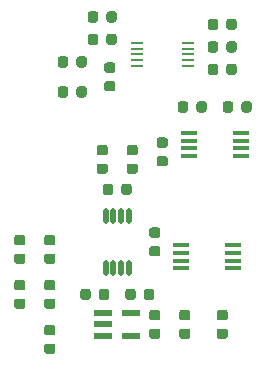
<source format=gbr>
%TF.GenerationSoftware,KiCad,Pcbnew,(5.1.6)-1*%
%TF.CreationDate,2021-05-29T12:16:40-05:00*%
%TF.ProjectId,Sapphire_AnalogMic,53617070-6869-4726-955f-416e616c6f67,rev?*%
%TF.SameCoordinates,Original*%
%TF.FileFunction,Paste,Top*%
%TF.FilePolarity,Positive*%
%FSLAX46Y46*%
G04 Gerber Fmt 4.6, Leading zero omitted, Abs format (unit mm)*
G04 Created by KiCad (PCBNEW (5.1.6)-1) date 2021-05-29 12:16:40*
%MOMM*%
%LPD*%
G01*
G04 APERTURE LIST*
%ADD10R,1.320800X0.406400*%
%ADD11R,1.100000X0.250000*%
%ADD12R,1.574800X0.558800*%
%ADD13O,0.449999X1.350000*%
G04 APERTURE END LIST*
D10*
%TO.C,U101*%
X124790200Y-123530360D03*
X124790200Y-122880120D03*
X124790200Y-122229880D03*
X124790200Y-121579640D03*
X129209800Y-121579640D03*
X129209800Y-122229880D03*
X129209800Y-122880120D03*
X129209800Y-123530360D03*
%TD*%
%TO.C,C106*%
G36*
G01*
X113408750Y-126080000D02*
X113921250Y-126080000D01*
G75*
G02*
X114140000Y-126298750I0J-218750D01*
G01*
X114140000Y-126736250D01*
G75*
G02*
X113921250Y-126955000I-218750J0D01*
G01*
X113408750Y-126955000D01*
G75*
G02*
X113190000Y-126736250I0J218750D01*
G01*
X113190000Y-126298750D01*
G75*
G02*
X113408750Y-126080000I218750J0D01*
G01*
G37*
G36*
G01*
X113408750Y-124505000D02*
X113921250Y-124505000D01*
G75*
G02*
X114140000Y-124723750I0J-218750D01*
G01*
X114140000Y-125161250D01*
G75*
G02*
X113921250Y-125380000I-218750J0D01*
G01*
X113408750Y-125380000D01*
G75*
G02*
X113190000Y-125161250I0J218750D01*
G01*
X113190000Y-124723750D01*
G75*
G02*
X113408750Y-124505000I218750J0D01*
G01*
G37*
%TD*%
%TO.C,R115*%
G36*
G01*
X127920000Y-104518750D02*
X127920000Y-105031250D01*
G75*
G02*
X127701250Y-105250000I-218750J0D01*
G01*
X127263750Y-105250000D01*
G75*
G02*
X127045000Y-105031250I0J218750D01*
G01*
X127045000Y-104518750D01*
G75*
G02*
X127263750Y-104300000I218750J0D01*
G01*
X127701250Y-104300000D01*
G75*
G02*
X127920000Y-104518750I0J-218750D01*
G01*
G37*
G36*
G01*
X129495000Y-104518750D02*
X129495000Y-105031250D01*
G75*
G02*
X129276250Y-105250000I-218750J0D01*
G01*
X128838750Y-105250000D01*
G75*
G02*
X128620000Y-105031250I0J218750D01*
G01*
X128620000Y-104518750D01*
G75*
G02*
X128838750Y-104300000I218750J0D01*
G01*
X129276250Y-104300000D01*
G75*
G02*
X129495000Y-104518750I0J-218750D01*
G01*
G37*
%TD*%
%TO.C,R114*%
G36*
G01*
X127920000Y-102613750D02*
X127920000Y-103126250D01*
G75*
G02*
X127701250Y-103345000I-218750J0D01*
G01*
X127263750Y-103345000D01*
G75*
G02*
X127045000Y-103126250I0J218750D01*
G01*
X127045000Y-102613750D01*
G75*
G02*
X127263750Y-102395000I218750J0D01*
G01*
X127701250Y-102395000D01*
G75*
G02*
X127920000Y-102613750I0J-218750D01*
G01*
G37*
G36*
G01*
X129495000Y-102613750D02*
X129495000Y-103126250D01*
G75*
G02*
X129276250Y-103345000I-218750J0D01*
G01*
X128838750Y-103345000D01*
G75*
G02*
X128620000Y-103126250I0J218750D01*
G01*
X128620000Y-102613750D01*
G75*
G02*
X128838750Y-102395000I218750J0D01*
G01*
X129276250Y-102395000D01*
G75*
G02*
X129495000Y-102613750I0J-218750D01*
G01*
G37*
%TD*%
%TO.C,R113*%
G36*
G01*
X118460000Y-102491250D02*
X118460000Y-101978750D01*
G75*
G02*
X118678750Y-101760000I218750J0D01*
G01*
X119116250Y-101760000D01*
G75*
G02*
X119335000Y-101978750I0J-218750D01*
G01*
X119335000Y-102491250D01*
G75*
G02*
X119116250Y-102710000I-218750J0D01*
G01*
X118678750Y-102710000D01*
G75*
G02*
X118460000Y-102491250I0J218750D01*
G01*
G37*
G36*
G01*
X116885000Y-102491250D02*
X116885000Y-101978750D01*
G75*
G02*
X117103750Y-101760000I218750J0D01*
G01*
X117541250Y-101760000D01*
G75*
G02*
X117760000Y-101978750I0J-218750D01*
G01*
X117760000Y-102491250D01*
G75*
G02*
X117541250Y-102710000I-218750J0D01*
G01*
X117103750Y-102710000D01*
G75*
G02*
X116885000Y-102491250I0J218750D01*
G01*
G37*
%TD*%
%TO.C,R112*%
G36*
G01*
X117760000Y-103883750D02*
X117760000Y-104396250D01*
G75*
G02*
X117541250Y-104615000I-218750J0D01*
G01*
X117103750Y-104615000D01*
G75*
G02*
X116885000Y-104396250I0J218750D01*
G01*
X116885000Y-103883750D01*
G75*
G02*
X117103750Y-103665000I218750J0D01*
G01*
X117541250Y-103665000D01*
G75*
G02*
X117760000Y-103883750I0J-218750D01*
G01*
G37*
G36*
G01*
X119335000Y-103883750D02*
X119335000Y-104396250D01*
G75*
G02*
X119116250Y-104615000I-218750J0D01*
G01*
X118678750Y-104615000D01*
G75*
G02*
X118460000Y-104396250I0J218750D01*
G01*
X118460000Y-103883750D01*
G75*
G02*
X118678750Y-103665000I218750J0D01*
G01*
X119116250Y-103665000D01*
G75*
G02*
X119335000Y-103883750I0J-218750D01*
G01*
G37*
%TD*%
%TO.C,R110*%
G36*
G01*
X115220000Y-108328750D02*
X115220000Y-108841250D01*
G75*
G02*
X115001250Y-109060000I-218750J0D01*
G01*
X114563750Y-109060000D01*
G75*
G02*
X114345000Y-108841250I0J218750D01*
G01*
X114345000Y-108328750D01*
G75*
G02*
X114563750Y-108110000I218750J0D01*
G01*
X115001250Y-108110000D01*
G75*
G02*
X115220000Y-108328750I0J-218750D01*
G01*
G37*
G36*
G01*
X116795000Y-108328750D02*
X116795000Y-108841250D01*
G75*
G02*
X116576250Y-109060000I-218750J0D01*
G01*
X116138750Y-109060000D01*
G75*
G02*
X115920000Y-108841250I0J218750D01*
G01*
X115920000Y-108328750D01*
G75*
G02*
X116138750Y-108110000I218750J0D01*
G01*
X116576250Y-108110000D01*
G75*
G02*
X116795000Y-108328750I0J-218750D01*
G01*
G37*
%TD*%
%TO.C,R109*%
G36*
G01*
X115220000Y-105788750D02*
X115220000Y-106301250D01*
G75*
G02*
X115001250Y-106520000I-218750J0D01*
G01*
X114563750Y-106520000D01*
G75*
G02*
X114345000Y-106301250I0J218750D01*
G01*
X114345000Y-105788750D01*
G75*
G02*
X114563750Y-105570000I218750J0D01*
G01*
X115001250Y-105570000D01*
G75*
G02*
X115220000Y-105788750I0J-218750D01*
G01*
G37*
G36*
G01*
X116795000Y-105788750D02*
X116795000Y-106301250D01*
G75*
G02*
X116576250Y-106520000I-218750J0D01*
G01*
X116138750Y-106520000D01*
G75*
G02*
X115920000Y-106301250I0J218750D01*
G01*
X115920000Y-105788750D01*
G75*
G02*
X116138750Y-105570000I218750J0D01*
G01*
X116576250Y-105570000D01*
G75*
G02*
X116795000Y-105788750I0J-218750D01*
G01*
G37*
%TD*%
%TO.C,R108*%
G36*
G01*
X113408750Y-122270000D02*
X113921250Y-122270000D01*
G75*
G02*
X114140000Y-122488750I0J-218750D01*
G01*
X114140000Y-122926250D01*
G75*
G02*
X113921250Y-123145000I-218750J0D01*
G01*
X113408750Y-123145000D01*
G75*
G02*
X113190000Y-122926250I0J218750D01*
G01*
X113190000Y-122488750D01*
G75*
G02*
X113408750Y-122270000I218750J0D01*
G01*
G37*
G36*
G01*
X113408750Y-120695000D02*
X113921250Y-120695000D01*
G75*
G02*
X114140000Y-120913750I0J-218750D01*
G01*
X114140000Y-121351250D01*
G75*
G02*
X113921250Y-121570000I-218750J0D01*
G01*
X113408750Y-121570000D01*
G75*
G02*
X113190000Y-121351250I0J218750D01*
G01*
X113190000Y-120913750D01*
G75*
G02*
X113408750Y-120695000I218750J0D01*
G01*
G37*
%TD*%
%TO.C,R107*%
G36*
G01*
X111381250Y-125380000D02*
X110868750Y-125380000D01*
G75*
G02*
X110650000Y-125161250I0J218750D01*
G01*
X110650000Y-124723750D01*
G75*
G02*
X110868750Y-124505000I218750J0D01*
G01*
X111381250Y-124505000D01*
G75*
G02*
X111600000Y-124723750I0J-218750D01*
G01*
X111600000Y-125161250D01*
G75*
G02*
X111381250Y-125380000I-218750J0D01*
G01*
G37*
G36*
G01*
X111381250Y-126955000D02*
X110868750Y-126955000D01*
G75*
G02*
X110650000Y-126736250I0J218750D01*
G01*
X110650000Y-126298750D01*
G75*
G02*
X110868750Y-126080000I218750J0D01*
G01*
X111381250Y-126080000D01*
G75*
G02*
X111600000Y-126298750I0J-218750D01*
G01*
X111600000Y-126736250D01*
G75*
G02*
X111381250Y-126955000I-218750J0D01*
G01*
G37*
%TD*%
%TO.C,R106*%
G36*
G01*
X111381250Y-121570000D02*
X110868750Y-121570000D01*
G75*
G02*
X110650000Y-121351250I0J218750D01*
G01*
X110650000Y-120913750D01*
G75*
G02*
X110868750Y-120695000I218750J0D01*
G01*
X111381250Y-120695000D01*
G75*
G02*
X111600000Y-120913750I0J-218750D01*
G01*
X111600000Y-121351250D01*
G75*
G02*
X111381250Y-121570000I-218750J0D01*
G01*
G37*
G36*
G01*
X111381250Y-123145000D02*
X110868750Y-123145000D01*
G75*
G02*
X110650000Y-122926250I0J218750D01*
G01*
X110650000Y-122488750D01*
G75*
G02*
X110868750Y-122270000I218750J0D01*
G01*
X111381250Y-122270000D01*
G75*
G02*
X111600000Y-122488750I0J-218750D01*
G01*
X111600000Y-122926250D01*
G75*
G02*
X111381250Y-123145000I-218750J0D01*
G01*
G37*
%TD*%
%TO.C,R105*%
G36*
G01*
X113408750Y-129890000D02*
X113921250Y-129890000D01*
G75*
G02*
X114140000Y-130108750I0J-218750D01*
G01*
X114140000Y-130546250D01*
G75*
G02*
X113921250Y-130765000I-218750J0D01*
G01*
X113408750Y-130765000D01*
G75*
G02*
X113190000Y-130546250I0J218750D01*
G01*
X113190000Y-130108750D01*
G75*
G02*
X113408750Y-129890000I218750J0D01*
G01*
G37*
G36*
G01*
X113408750Y-128315000D02*
X113921250Y-128315000D01*
G75*
G02*
X114140000Y-128533750I0J-218750D01*
G01*
X114140000Y-128971250D01*
G75*
G02*
X113921250Y-129190000I-218750J0D01*
G01*
X113408750Y-129190000D01*
G75*
G02*
X113190000Y-128971250I0J218750D01*
G01*
X113190000Y-128533750D01*
G75*
G02*
X113408750Y-128315000I218750J0D01*
G01*
G37*
%TD*%
%TO.C,R103*%
G36*
G01*
X122811250Y-120935000D02*
X122298750Y-120935000D01*
G75*
G02*
X122080000Y-120716250I0J218750D01*
G01*
X122080000Y-120278750D01*
G75*
G02*
X122298750Y-120060000I218750J0D01*
G01*
X122811250Y-120060000D01*
G75*
G02*
X123030000Y-120278750I0J-218750D01*
G01*
X123030000Y-120716250D01*
G75*
G02*
X122811250Y-120935000I-218750J0D01*
G01*
G37*
G36*
G01*
X122811250Y-122510000D02*
X122298750Y-122510000D01*
G75*
G02*
X122080000Y-122291250I0J218750D01*
G01*
X122080000Y-121853750D01*
G75*
G02*
X122298750Y-121635000I218750J0D01*
G01*
X122811250Y-121635000D01*
G75*
G02*
X123030000Y-121853750I0J-218750D01*
G01*
X123030000Y-122291250D01*
G75*
G02*
X122811250Y-122510000I-218750J0D01*
G01*
G37*
%TD*%
%TO.C,R102*%
G36*
G01*
X120906250Y-113950000D02*
X120393750Y-113950000D01*
G75*
G02*
X120175000Y-113731250I0J218750D01*
G01*
X120175000Y-113293750D01*
G75*
G02*
X120393750Y-113075000I218750J0D01*
G01*
X120906250Y-113075000D01*
G75*
G02*
X121125000Y-113293750I0J-218750D01*
G01*
X121125000Y-113731250D01*
G75*
G02*
X120906250Y-113950000I-218750J0D01*
G01*
G37*
G36*
G01*
X120906250Y-115525000D02*
X120393750Y-115525000D01*
G75*
G02*
X120175000Y-115306250I0J218750D01*
G01*
X120175000Y-114868750D01*
G75*
G02*
X120393750Y-114650000I218750J0D01*
G01*
X120906250Y-114650000D01*
G75*
G02*
X121125000Y-114868750I0J-218750D01*
G01*
X121125000Y-115306250D01*
G75*
G02*
X120906250Y-115525000I-218750J0D01*
G01*
G37*
%TD*%
%TO.C,R101*%
G36*
G01*
X118366250Y-113950000D02*
X117853750Y-113950000D01*
G75*
G02*
X117635000Y-113731250I0J218750D01*
G01*
X117635000Y-113293750D01*
G75*
G02*
X117853750Y-113075000I218750J0D01*
G01*
X118366250Y-113075000D01*
G75*
G02*
X118585000Y-113293750I0J-218750D01*
G01*
X118585000Y-113731250D01*
G75*
G02*
X118366250Y-113950000I-218750J0D01*
G01*
G37*
G36*
G01*
X118366250Y-115525000D02*
X117853750Y-115525000D01*
G75*
G02*
X117635000Y-115306250I0J218750D01*
G01*
X117635000Y-114868750D01*
G75*
G02*
X117853750Y-114650000I218750J0D01*
G01*
X118366250Y-114650000D01*
G75*
G02*
X118585000Y-114868750I0J-218750D01*
G01*
X118585000Y-115306250D01*
G75*
G02*
X118366250Y-115525000I-218750J0D01*
G01*
G37*
%TD*%
%TO.C,FB102*%
G36*
G01*
X124838750Y-128620000D02*
X125351250Y-128620000D01*
G75*
G02*
X125570000Y-128838750I0J-218750D01*
G01*
X125570000Y-129276250D01*
G75*
G02*
X125351250Y-129495000I-218750J0D01*
G01*
X124838750Y-129495000D01*
G75*
G02*
X124620000Y-129276250I0J218750D01*
G01*
X124620000Y-128838750D01*
G75*
G02*
X124838750Y-128620000I218750J0D01*
G01*
G37*
G36*
G01*
X124838750Y-127045000D02*
X125351250Y-127045000D01*
G75*
G02*
X125570000Y-127263750I0J-218750D01*
G01*
X125570000Y-127701250D01*
G75*
G02*
X125351250Y-127920000I-218750J0D01*
G01*
X124838750Y-127920000D01*
G75*
G02*
X124620000Y-127701250I0J218750D01*
G01*
X124620000Y-127263750D01*
G75*
G02*
X124838750Y-127045000I218750J0D01*
G01*
G37*
%TD*%
%TO.C,FB101*%
G36*
G01*
X128013750Y-128620000D02*
X128526250Y-128620000D01*
G75*
G02*
X128745000Y-128838750I0J-218750D01*
G01*
X128745000Y-129276250D01*
G75*
G02*
X128526250Y-129495000I-218750J0D01*
G01*
X128013750Y-129495000D01*
G75*
G02*
X127795000Y-129276250I0J218750D01*
G01*
X127795000Y-128838750D01*
G75*
G02*
X128013750Y-128620000I218750J0D01*
G01*
G37*
G36*
G01*
X128013750Y-127045000D02*
X128526250Y-127045000D01*
G75*
G02*
X128745000Y-127263750I0J-218750D01*
G01*
X128745000Y-127701250D01*
G75*
G02*
X128526250Y-127920000I-218750J0D01*
G01*
X128013750Y-127920000D01*
G75*
G02*
X127795000Y-127701250I0J218750D01*
G01*
X127795000Y-127263750D01*
G75*
G02*
X128013750Y-127045000I218750J0D01*
G01*
G37*
%TD*%
%TO.C,C111*%
G36*
G01*
X126080000Y-110111250D02*
X126080000Y-109598750D01*
G75*
G02*
X126298750Y-109380000I218750J0D01*
G01*
X126736250Y-109380000D01*
G75*
G02*
X126955000Y-109598750I0J-218750D01*
G01*
X126955000Y-110111250D01*
G75*
G02*
X126736250Y-110330000I-218750J0D01*
G01*
X126298750Y-110330000D01*
G75*
G02*
X126080000Y-110111250I0J218750D01*
G01*
G37*
G36*
G01*
X124505000Y-110111250D02*
X124505000Y-109598750D01*
G75*
G02*
X124723750Y-109380000I218750J0D01*
G01*
X125161250Y-109380000D01*
G75*
G02*
X125380000Y-109598750I0J-218750D01*
G01*
X125380000Y-110111250D01*
G75*
G02*
X125161250Y-110330000I-218750J0D01*
G01*
X124723750Y-110330000D01*
G75*
G02*
X124505000Y-110111250I0J218750D01*
G01*
G37*
%TD*%
%TO.C,C109*%
G36*
G01*
X128620000Y-106936250D02*
X128620000Y-106423750D01*
G75*
G02*
X128838750Y-106205000I218750J0D01*
G01*
X129276250Y-106205000D01*
G75*
G02*
X129495000Y-106423750I0J-218750D01*
G01*
X129495000Y-106936250D01*
G75*
G02*
X129276250Y-107155000I-218750J0D01*
G01*
X128838750Y-107155000D01*
G75*
G02*
X128620000Y-106936250I0J218750D01*
G01*
G37*
G36*
G01*
X127045000Y-106936250D02*
X127045000Y-106423750D01*
G75*
G02*
X127263750Y-106205000I218750J0D01*
G01*
X127701250Y-106205000D01*
G75*
G02*
X127920000Y-106423750I0J-218750D01*
G01*
X127920000Y-106936250D01*
G75*
G02*
X127701250Y-107155000I-218750J0D01*
G01*
X127263750Y-107155000D01*
G75*
G02*
X127045000Y-106936250I0J218750D01*
G01*
G37*
%TD*%
%TO.C,C108*%
G36*
G01*
X129190000Y-109598750D02*
X129190000Y-110111250D01*
G75*
G02*
X128971250Y-110330000I-218750J0D01*
G01*
X128533750Y-110330000D01*
G75*
G02*
X128315000Y-110111250I0J218750D01*
G01*
X128315000Y-109598750D01*
G75*
G02*
X128533750Y-109380000I218750J0D01*
G01*
X128971250Y-109380000D01*
G75*
G02*
X129190000Y-109598750I0J-218750D01*
G01*
G37*
G36*
G01*
X130765000Y-109598750D02*
X130765000Y-110111250D01*
G75*
G02*
X130546250Y-110330000I-218750J0D01*
G01*
X130108750Y-110330000D01*
G75*
G02*
X129890000Y-110111250I0J218750D01*
G01*
X129890000Y-109598750D01*
G75*
G02*
X130108750Y-109380000I218750J0D01*
G01*
X130546250Y-109380000D01*
G75*
G02*
X130765000Y-109598750I0J-218750D01*
G01*
G37*
%TD*%
%TO.C,C107*%
G36*
G01*
X118488750Y-107665000D02*
X119001250Y-107665000D01*
G75*
G02*
X119220000Y-107883750I0J-218750D01*
G01*
X119220000Y-108321250D01*
G75*
G02*
X119001250Y-108540000I-218750J0D01*
G01*
X118488750Y-108540000D01*
G75*
G02*
X118270000Y-108321250I0J218750D01*
G01*
X118270000Y-107883750D01*
G75*
G02*
X118488750Y-107665000I218750J0D01*
G01*
G37*
G36*
G01*
X118488750Y-106090000D02*
X119001250Y-106090000D01*
G75*
G02*
X119220000Y-106308750I0J-218750D01*
G01*
X119220000Y-106746250D01*
G75*
G02*
X119001250Y-106965000I-218750J0D01*
G01*
X118488750Y-106965000D01*
G75*
G02*
X118270000Y-106746250I0J218750D01*
G01*
X118270000Y-106308750D01*
G75*
G02*
X118488750Y-106090000I218750J0D01*
G01*
G37*
%TD*%
%TO.C,C105*%
G36*
G01*
X123446250Y-113315000D02*
X122933750Y-113315000D01*
G75*
G02*
X122715000Y-113096250I0J218750D01*
G01*
X122715000Y-112658750D01*
G75*
G02*
X122933750Y-112440000I218750J0D01*
G01*
X123446250Y-112440000D01*
G75*
G02*
X123665000Y-112658750I0J-218750D01*
G01*
X123665000Y-113096250D01*
G75*
G02*
X123446250Y-113315000I-218750J0D01*
G01*
G37*
G36*
G01*
X123446250Y-114890000D02*
X122933750Y-114890000D01*
G75*
G02*
X122715000Y-114671250I0J218750D01*
G01*
X122715000Y-114233750D01*
G75*
G02*
X122933750Y-114015000I218750J0D01*
G01*
X123446250Y-114015000D01*
G75*
G02*
X123665000Y-114233750I0J-218750D01*
G01*
X123665000Y-114671250D01*
G75*
G02*
X123446250Y-114890000I-218750J0D01*
G01*
G37*
%TD*%
%TO.C,C104*%
G36*
G01*
X117825000Y-125986250D02*
X117825000Y-125473750D01*
G75*
G02*
X118043750Y-125255000I218750J0D01*
G01*
X118481250Y-125255000D01*
G75*
G02*
X118700000Y-125473750I0J-218750D01*
G01*
X118700000Y-125986250D01*
G75*
G02*
X118481250Y-126205000I-218750J0D01*
G01*
X118043750Y-126205000D01*
G75*
G02*
X117825000Y-125986250I0J218750D01*
G01*
G37*
G36*
G01*
X116250000Y-125986250D02*
X116250000Y-125473750D01*
G75*
G02*
X116468750Y-125255000I218750J0D01*
G01*
X116906250Y-125255000D01*
G75*
G02*
X117125000Y-125473750I0J-218750D01*
G01*
X117125000Y-125986250D01*
G75*
G02*
X116906250Y-126205000I-218750J0D01*
G01*
X116468750Y-126205000D01*
G75*
G02*
X116250000Y-125986250I0J218750D01*
G01*
G37*
%TD*%
%TO.C,C103*%
G36*
G01*
X121635000Y-125986250D02*
X121635000Y-125473750D01*
G75*
G02*
X121853750Y-125255000I218750J0D01*
G01*
X122291250Y-125255000D01*
G75*
G02*
X122510000Y-125473750I0J-218750D01*
G01*
X122510000Y-125986250D01*
G75*
G02*
X122291250Y-126205000I-218750J0D01*
G01*
X121853750Y-126205000D01*
G75*
G02*
X121635000Y-125986250I0J218750D01*
G01*
G37*
G36*
G01*
X120060000Y-125986250D02*
X120060000Y-125473750D01*
G75*
G02*
X120278750Y-125255000I218750J0D01*
G01*
X120716250Y-125255000D01*
G75*
G02*
X120935000Y-125473750I0J-218750D01*
G01*
X120935000Y-125986250D01*
G75*
G02*
X120716250Y-126205000I-218750J0D01*
G01*
X120278750Y-126205000D01*
G75*
G02*
X120060000Y-125986250I0J218750D01*
G01*
G37*
%TD*%
%TO.C,C102*%
G36*
G01*
X122811250Y-127920000D02*
X122298750Y-127920000D01*
G75*
G02*
X122080000Y-127701250I0J218750D01*
G01*
X122080000Y-127263750D01*
G75*
G02*
X122298750Y-127045000I218750J0D01*
G01*
X122811250Y-127045000D01*
G75*
G02*
X123030000Y-127263750I0J-218750D01*
G01*
X123030000Y-127701250D01*
G75*
G02*
X122811250Y-127920000I-218750J0D01*
G01*
G37*
G36*
G01*
X122811250Y-129495000D02*
X122298750Y-129495000D01*
G75*
G02*
X122080000Y-129276250I0J218750D01*
G01*
X122080000Y-128838750D01*
G75*
G02*
X122298750Y-128620000I218750J0D01*
G01*
X122811250Y-128620000D01*
G75*
G02*
X123030000Y-128838750I0J-218750D01*
G01*
X123030000Y-129276250D01*
G75*
G02*
X122811250Y-129495000I-218750J0D01*
G01*
G37*
%TD*%
%TO.C,C101*%
G36*
G01*
X119730000Y-117096250D02*
X119730000Y-116583750D01*
G75*
G02*
X119948750Y-116365000I218750J0D01*
G01*
X120386250Y-116365000D01*
G75*
G02*
X120605000Y-116583750I0J-218750D01*
G01*
X120605000Y-117096250D01*
G75*
G02*
X120386250Y-117315000I-218750J0D01*
G01*
X119948750Y-117315000D01*
G75*
G02*
X119730000Y-117096250I0J218750D01*
G01*
G37*
G36*
G01*
X118155000Y-117096250D02*
X118155000Y-116583750D01*
G75*
G02*
X118373750Y-116365000I218750J0D01*
G01*
X118811250Y-116365000D01*
G75*
G02*
X119030000Y-116583750I0J-218750D01*
G01*
X119030000Y-117096250D01*
G75*
G02*
X118811250Y-117315000I-218750J0D01*
G01*
X118373750Y-117315000D01*
G75*
G02*
X118155000Y-117096250I0J218750D01*
G01*
G37*
%TD*%
D11*
%TO.C,U105*%
X125340000Y-104410000D03*
X125340000Y-104910000D03*
X125340000Y-105410000D03*
X125340000Y-105910000D03*
X125340000Y-106410000D03*
X121040000Y-106410000D03*
X121040000Y-105910000D03*
X121040000Y-105410000D03*
X121040000Y-104910000D03*
X121040000Y-104410000D03*
%TD*%
D10*
%TO.C,U104*%
X129844800Y-112054640D03*
X129844800Y-112704880D03*
X129844800Y-113355120D03*
X129844800Y-114005360D03*
X125425200Y-114005360D03*
X125425200Y-113355120D03*
X125425200Y-112704880D03*
X125425200Y-112054640D03*
%TD*%
D12*
%TO.C,U103*%
X120548400Y-127319999D03*
X120548400Y-129220001D03*
X118211600Y-129220001D03*
X118211600Y-128270000D03*
X118211600Y-127319999D03*
%TD*%
D13*
%TO.C,U102*%
X120354999Y-123510002D03*
X119704998Y-123510002D03*
X119054999Y-123510002D03*
X118404998Y-123510002D03*
X118404998Y-119060001D03*
X119054999Y-119060001D03*
X119704998Y-119060001D03*
X120354999Y-119060001D03*
%TD*%
M02*

</source>
